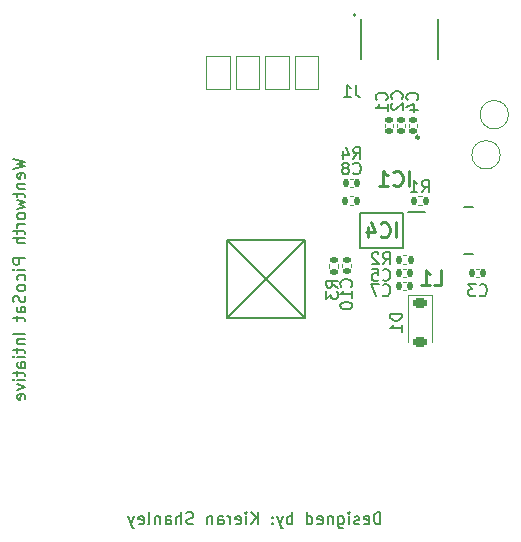
<source format=gbo>
G04 #@! TF.GenerationSoftware,KiCad,Pcbnew,7.0.2*
G04 #@! TF.CreationDate,2023-06-06T15:17:54-04:00*
G04 #@! TF.ProjectId,TopExternalFaceRev1,546f7045-7874-4657-926e-616c46616365,rev?*
G04 #@! TF.SameCoordinates,Original*
G04 #@! TF.FileFunction,Legend,Bot*
G04 #@! TF.FilePolarity,Positive*
%FSLAX46Y46*%
G04 Gerber Fmt 4.6, Leading zero omitted, Abs format (unit mm)*
G04 Created by KiCad (PCBNEW 7.0.2) date 2023-06-06 15:17:54*
%MOMM*%
%LPD*%
G01*
G04 APERTURE LIST*
G04 Aperture macros list*
%AMRoundRect*
0 Rectangle with rounded corners*
0 $1 Rounding radius*
0 $2 $3 $4 $5 $6 $7 $8 $9 X,Y pos of 4 corners*
0 Add a 4 corners polygon primitive as box body*
4,1,4,$2,$3,$4,$5,$6,$7,$8,$9,$2,$3,0*
0 Add four circle primitives for the rounded corners*
1,1,$1+$1,$2,$3*
1,1,$1+$1,$4,$5*
1,1,$1+$1,$6,$7*
1,1,$1+$1,$8,$9*
0 Add four rect primitives between the rounded corners*
20,1,$1+$1,$2,$3,$4,$5,0*
20,1,$1+$1,$4,$5,$6,$7,0*
20,1,$1+$1,$6,$7,$8,$9,0*
20,1,$1+$1,$8,$9,$2,$3,0*%
G04 Aperture macros list end*
%ADD10C,0.150000*%
%ADD11C,0.254000*%
%ADD12C,0.120000*%
%ADD13C,0.200000*%
%ADD14C,0.250000*%
%ADD15RoundRect,0.140000X-0.170000X0.140000X-0.170000X-0.140000X0.170000X-0.140000X0.170000X0.140000X0*%
%ADD16R,1.500000X1.000000*%
%ADD17C,2.000000*%
%ADD18RoundRect,0.135000X-0.135000X-0.185000X0.135000X-0.185000X0.135000X0.185000X-0.135000X0.185000X0*%
%ADD19R,0.740000X2.790000*%
%ADD20RoundRect,0.140000X0.140000X0.170000X-0.140000X0.170000X-0.140000X-0.170000X0.140000X-0.170000X0*%
%ADD21R,1.200000X3.700000*%
%ADD22RoundRect,0.140000X0.170000X-0.140000X0.170000X0.140000X-0.170000X0.140000X-0.170000X-0.140000X0*%
%ADD23RoundRect,0.135000X0.135000X0.185000X-0.135000X0.185000X-0.135000X-0.185000X0.135000X-0.185000X0*%
%ADD24RoundRect,0.140000X-0.140000X-0.170000X0.140000X-0.170000X0.140000X0.170000X-0.140000X0.170000X0*%
%ADD25R,0.700000X0.300000*%
%ADD26R,1.000000X1.700000*%
%ADD27RoundRect,0.135000X-0.185000X0.135000X-0.185000X-0.135000X0.185000X-0.135000X0.185000X0.135000X0*%
%ADD28R,1.475000X0.450000*%
%ADD29RoundRect,0.225000X-0.375000X0.225000X-0.375000X-0.225000X0.375000X-0.225000X0.375000X0.225000X0*%
G04 APERTURE END LIST*
D10*
X128600000Y-121800000D02*
X122000000Y-128400000D01*
X122000000Y-121800000D02*
X128600000Y-121800000D01*
X128600000Y-128400000D01*
X122000000Y-128400000D01*
X122000000Y-121800000D01*
X122000000Y-121800000D02*
X128600000Y-128400000D01*
X134961904Y-145877619D02*
X134961904Y-144877619D01*
X134961904Y-144877619D02*
X134723809Y-144877619D01*
X134723809Y-144877619D02*
X134580952Y-144925238D01*
X134580952Y-144925238D02*
X134485714Y-145020476D01*
X134485714Y-145020476D02*
X134438095Y-145115714D01*
X134438095Y-145115714D02*
X134390476Y-145306190D01*
X134390476Y-145306190D02*
X134390476Y-145449047D01*
X134390476Y-145449047D02*
X134438095Y-145639523D01*
X134438095Y-145639523D02*
X134485714Y-145734761D01*
X134485714Y-145734761D02*
X134580952Y-145830000D01*
X134580952Y-145830000D02*
X134723809Y-145877619D01*
X134723809Y-145877619D02*
X134961904Y-145877619D01*
X133580952Y-145830000D02*
X133676190Y-145877619D01*
X133676190Y-145877619D02*
X133866666Y-145877619D01*
X133866666Y-145877619D02*
X133961904Y-145830000D01*
X133961904Y-145830000D02*
X134009523Y-145734761D01*
X134009523Y-145734761D02*
X134009523Y-145353809D01*
X134009523Y-145353809D02*
X133961904Y-145258571D01*
X133961904Y-145258571D02*
X133866666Y-145210952D01*
X133866666Y-145210952D02*
X133676190Y-145210952D01*
X133676190Y-145210952D02*
X133580952Y-145258571D01*
X133580952Y-145258571D02*
X133533333Y-145353809D01*
X133533333Y-145353809D02*
X133533333Y-145449047D01*
X133533333Y-145449047D02*
X134009523Y-145544285D01*
X133152380Y-145830000D02*
X133057142Y-145877619D01*
X133057142Y-145877619D02*
X132866666Y-145877619D01*
X132866666Y-145877619D02*
X132771428Y-145830000D01*
X132771428Y-145830000D02*
X132723809Y-145734761D01*
X132723809Y-145734761D02*
X132723809Y-145687142D01*
X132723809Y-145687142D02*
X132771428Y-145591904D01*
X132771428Y-145591904D02*
X132866666Y-145544285D01*
X132866666Y-145544285D02*
X133009523Y-145544285D01*
X133009523Y-145544285D02*
X133104761Y-145496666D01*
X133104761Y-145496666D02*
X133152380Y-145401428D01*
X133152380Y-145401428D02*
X133152380Y-145353809D01*
X133152380Y-145353809D02*
X133104761Y-145258571D01*
X133104761Y-145258571D02*
X133009523Y-145210952D01*
X133009523Y-145210952D02*
X132866666Y-145210952D01*
X132866666Y-145210952D02*
X132771428Y-145258571D01*
X132295237Y-145877619D02*
X132295237Y-145210952D01*
X132295237Y-144877619D02*
X132342856Y-144925238D01*
X132342856Y-144925238D02*
X132295237Y-144972857D01*
X132295237Y-144972857D02*
X132247618Y-144925238D01*
X132247618Y-144925238D02*
X132295237Y-144877619D01*
X132295237Y-144877619D02*
X132295237Y-144972857D01*
X131390476Y-145210952D02*
X131390476Y-146020476D01*
X131390476Y-146020476D02*
X131438095Y-146115714D01*
X131438095Y-146115714D02*
X131485714Y-146163333D01*
X131485714Y-146163333D02*
X131580952Y-146210952D01*
X131580952Y-146210952D02*
X131723809Y-146210952D01*
X131723809Y-146210952D02*
X131819047Y-146163333D01*
X131390476Y-145830000D02*
X131485714Y-145877619D01*
X131485714Y-145877619D02*
X131676190Y-145877619D01*
X131676190Y-145877619D02*
X131771428Y-145830000D01*
X131771428Y-145830000D02*
X131819047Y-145782380D01*
X131819047Y-145782380D02*
X131866666Y-145687142D01*
X131866666Y-145687142D02*
X131866666Y-145401428D01*
X131866666Y-145401428D02*
X131819047Y-145306190D01*
X131819047Y-145306190D02*
X131771428Y-145258571D01*
X131771428Y-145258571D02*
X131676190Y-145210952D01*
X131676190Y-145210952D02*
X131485714Y-145210952D01*
X131485714Y-145210952D02*
X131390476Y-145258571D01*
X130914285Y-145210952D02*
X130914285Y-145877619D01*
X130914285Y-145306190D02*
X130866666Y-145258571D01*
X130866666Y-145258571D02*
X130771428Y-145210952D01*
X130771428Y-145210952D02*
X130628571Y-145210952D01*
X130628571Y-145210952D02*
X130533333Y-145258571D01*
X130533333Y-145258571D02*
X130485714Y-145353809D01*
X130485714Y-145353809D02*
X130485714Y-145877619D01*
X129628571Y-145830000D02*
X129723809Y-145877619D01*
X129723809Y-145877619D02*
X129914285Y-145877619D01*
X129914285Y-145877619D02*
X130009523Y-145830000D01*
X130009523Y-145830000D02*
X130057142Y-145734761D01*
X130057142Y-145734761D02*
X130057142Y-145353809D01*
X130057142Y-145353809D02*
X130009523Y-145258571D01*
X130009523Y-145258571D02*
X129914285Y-145210952D01*
X129914285Y-145210952D02*
X129723809Y-145210952D01*
X129723809Y-145210952D02*
X129628571Y-145258571D01*
X129628571Y-145258571D02*
X129580952Y-145353809D01*
X129580952Y-145353809D02*
X129580952Y-145449047D01*
X129580952Y-145449047D02*
X130057142Y-145544285D01*
X128723809Y-145877619D02*
X128723809Y-144877619D01*
X128723809Y-145830000D02*
X128819047Y-145877619D01*
X128819047Y-145877619D02*
X129009523Y-145877619D01*
X129009523Y-145877619D02*
X129104761Y-145830000D01*
X129104761Y-145830000D02*
X129152380Y-145782380D01*
X129152380Y-145782380D02*
X129199999Y-145687142D01*
X129199999Y-145687142D02*
X129199999Y-145401428D01*
X129199999Y-145401428D02*
X129152380Y-145306190D01*
X129152380Y-145306190D02*
X129104761Y-145258571D01*
X129104761Y-145258571D02*
X129009523Y-145210952D01*
X129009523Y-145210952D02*
X128819047Y-145210952D01*
X128819047Y-145210952D02*
X128723809Y-145258571D01*
X127485713Y-145877619D02*
X127485713Y-144877619D01*
X127485713Y-145258571D02*
X127390475Y-145210952D01*
X127390475Y-145210952D02*
X127199999Y-145210952D01*
X127199999Y-145210952D02*
X127104761Y-145258571D01*
X127104761Y-145258571D02*
X127057142Y-145306190D01*
X127057142Y-145306190D02*
X127009523Y-145401428D01*
X127009523Y-145401428D02*
X127009523Y-145687142D01*
X127009523Y-145687142D02*
X127057142Y-145782380D01*
X127057142Y-145782380D02*
X127104761Y-145830000D01*
X127104761Y-145830000D02*
X127199999Y-145877619D01*
X127199999Y-145877619D02*
X127390475Y-145877619D01*
X127390475Y-145877619D02*
X127485713Y-145830000D01*
X126676189Y-145210952D02*
X126438094Y-145877619D01*
X126199999Y-145210952D02*
X126438094Y-145877619D01*
X126438094Y-145877619D02*
X126533332Y-146115714D01*
X126533332Y-146115714D02*
X126580951Y-146163333D01*
X126580951Y-146163333D02*
X126676189Y-146210952D01*
X125819046Y-145782380D02*
X125771427Y-145830000D01*
X125771427Y-145830000D02*
X125819046Y-145877619D01*
X125819046Y-145877619D02*
X125866665Y-145830000D01*
X125866665Y-145830000D02*
X125819046Y-145782380D01*
X125819046Y-145782380D02*
X125819046Y-145877619D01*
X125819046Y-145258571D02*
X125771427Y-145306190D01*
X125771427Y-145306190D02*
X125819046Y-145353809D01*
X125819046Y-145353809D02*
X125866665Y-145306190D01*
X125866665Y-145306190D02*
X125819046Y-145258571D01*
X125819046Y-145258571D02*
X125819046Y-145353809D01*
X124580951Y-145877619D02*
X124580951Y-144877619D01*
X124009523Y-145877619D02*
X124438094Y-145306190D01*
X124009523Y-144877619D02*
X124580951Y-145449047D01*
X123580951Y-145877619D02*
X123580951Y-145210952D01*
X123580951Y-144877619D02*
X123628570Y-144925238D01*
X123628570Y-144925238D02*
X123580951Y-144972857D01*
X123580951Y-144972857D02*
X123533332Y-144925238D01*
X123533332Y-144925238D02*
X123580951Y-144877619D01*
X123580951Y-144877619D02*
X123580951Y-144972857D01*
X122723809Y-145830000D02*
X122819047Y-145877619D01*
X122819047Y-145877619D02*
X123009523Y-145877619D01*
X123009523Y-145877619D02*
X123104761Y-145830000D01*
X123104761Y-145830000D02*
X123152380Y-145734761D01*
X123152380Y-145734761D02*
X123152380Y-145353809D01*
X123152380Y-145353809D02*
X123104761Y-145258571D01*
X123104761Y-145258571D02*
X123009523Y-145210952D01*
X123009523Y-145210952D02*
X122819047Y-145210952D01*
X122819047Y-145210952D02*
X122723809Y-145258571D01*
X122723809Y-145258571D02*
X122676190Y-145353809D01*
X122676190Y-145353809D02*
X122676190Y-145449047D01*
X122676190Y-145449047D02*
X123152380Y-145544285D01*
X122247618Y-145877619D02*
X122247618Y-145210952D01*
X122247618Y-145401428D02*
X122199999Y-145306190D01*
X122199999Y-145306190D02*
X122152380Y-145258571D01*
X122152380Y-145258571D02*
X122057142Y-145210952D01*
X122057142Y-145210952D02*
X121961904Y-145210952D01*
X121199999Y-145877619D02*
X121199999Y-145353809D01*
X121199999Y-145353809D02*
X121247618Y-145258571D01*
X121247618Y-145258571D02*
X121342856Y-145210952D01*
X121342856Y-145210952D02*
X121533332Y-145210952D01*
X121533332Y-145210952D02*
X121628570Y-145258571D01*
X121199999Y-145830000D02*
X121295237Y-145877619D01*
X121295237Y-145877619D02*
X121533332Y-145877619D01*
X121533332Y-145877619D02*
X121628570Y-145830000D01*
X121628570Y-145830000D02*
X121676189Y-145734761D01*
X121676189Y-145734761D02*
X121676189Y-145639523D01*
X121676189Y-145639523D02*
X121628570Y-145544285D01*
X121628570Y-145544285D02*
X121533332Y-145496666D01*
X121533332Y-145496666D02*
X121295237Y-145496666D01*
X121295237Y-145496666D02*
X121199999Y-145449047D01*
X120723808Y-145210952D02*
X120723808Y-145877619D01*
X120723808Y-145306190D02*
X120676189Y-145258571D01*
X120676189Y-145258571D02*
X120580951Y-145210952D01*
X120580951Y-145210952D02*
X120438094Y-145210952D01*
X120438094Y-145210952D02*
X120342856Y-145258571D01*
X120342856Y-145258571D02*
X120295237Y-145353809D01*
X120295237Y-145353809D02*
X120295237Y-145877619D01*
X119104760Y-145830000D02*
X118961903Y-145877619D01*
X118961903Y-145877619D02*
X118723808Y-145877619D01*
X118723808Y-145877619D02*
X118628570Y-145830000D01*
X118628570Y-145830000D02*
X118580951Y-145782380D01*
X118580951Y-145782380D02*
X118533332Y-145687142D01*
X118533332Y-145687142D02*
X118533332Y-145591904D01*
X118533332Y-145591904D02*
X118580951Y-145496666D01*
X118580951Y-145496666D02*
X118628570Y-145449047D01*
X118628570Y-145449047D02*
X118723808Y-145401428D01*
X118723808Y-145401428D02*
X118914284Y-145353809D01*
X118914284Y-145353809D02*
X119009522Y-145306190D01*
X119009522Y-145306190D02*
X119057141Y-145258571D01*
X119057141Y-145258571D02*
X119104760Y-145163333D01*
X119104760Y-145163333D02*
X119104760Y-145068095D01*
X119104760Y-145068095D02*
X119057141Y-144972857D01*
X119057141Y-144972857D02*
X119009522Y-144925238D01*
X119009522Y-144925238D02*
X118914284Y-144877619D01*
X118914284Y-144877619D02*
X118676189Y-144877619D01*
X118676189Y-144877619D02*
X118533332Y-144925238D01*
X118104760Y-145877619D02*
X118104760Y-144877619D01*
X117676189Y-145877619D02*
X117676189Y-145353809D01*
X117676189Y-145353809D02*
X117723808Y-145258571D01*
X117723808Y-145258571D02*
X117819046Y-145210952D01*
X117819046Y-145210952D02*
X117961903Y-145210952D01*
X117961903Y-145210952D02*
X118057141Y-145258571D01*
X118057141Y-145258571D02*
X118104760Y-145306190D01*
X116771427Y-145877619D02*
X116771427Y-145353809D01*
X116771427Y-145353809D02*
X116819046Y-145258571D01*
X116819046Y-145258571D02*
X116914284Y-145210952D01*
X116914284Y-145210952D02*
X117104760Y-145210952D01*
X117104760Y-145210952D02*
X117199998Y-145258571D01*
X116771427Y-145830000D02*
X116866665Y-145877619D01*
X116866665Y-145877619D02*
X117104760Y-145877619D01*
X117104760Y-145877619D02*
X117199998Y-145830000D01*
X117199998Y-145830000D02*
X117247617Y-145734761D01*
X117247617Y-145734761D02*
X117247617Y-145639523D01*
X117247617Y-145639523D02*
X117199998Y-145544285D01*
X117199998Y-145544285D02*
X117104760Y-145496666D01*
X117104760Y-145496666D02*
X116866665Y-145496666D01*
X116866665Y-145496666D02*
X116771427Y-145449047D01*
X116295236Y-145210952D02*
X116295236Y-145877619D01*
X116295236Y-145306190D02*
X116247617Y-145258571D01*
X116247617Y-145258571D02*
X116152379Y-145210952D01*
X116152379Y-145210952D02*
X116009522Y-145210952D01*
X116009522Y-145210952D02*
X115914284Y-145258571D01*
X115914284Y-145258571D02*
X115866665Y-145353809D01*
X115866665Y-145353809D02*
X115866665Y-145877619D01*
X115247617Y-145877619D02*
X115342855Y-145830000D01*
X115342855Y-145830000D02*
X115390474Y-145734761D01*
X115390474Y-145734761D02*
X115390474Y-144877619D01*
X114485712Y-145830000D02*
X114580950Y-145877619D01*
X114580950Y-145877619D02*
X114771426Y-145877619D01*
X114771426Y-145877619D02*
X114866664Y-145830000D01*
X114866664Y-145830000D02*
X114914283Y-145734761D01*
X114914283Y-145734761D02*
X114914283Y-145353809D01*
X114914283Y-145353809D02*
X114866664Y-145258571D01*
X114866664Y-145258571D02*
X114771426Y-145210952D01*
X114771426Y-145210952D02*
X114580950Y-145210952D01*
X114580950Y-145210952D02*
X114485712Y-145258571D01*
X114485712Y-145258571D02*
X114438093Y-145353809D01*
X114438093Y-145353809D02*
X114438093Y-145449047D01*
X114438093Y-145449047D02*
X114914283Y-145544285D01*
X114104759Y-145210952D02*
X113866664Y-145877619D01*
X113628569Y-145210952D02*
X113866664Y-145877619D01*
X113866664Y-145877619D02*
X113961902Y-146115714D01*
X113961902Y-146115714D02*
X114009521Y-146163333D01*
X114009521Y-146163333D02*
X114104759Y-146210952D01*
X103877619Y-114942857D02*
X104877619Y-115180952D01*
X104877619Y-115180952D02*
X104163333Y-115371428D01*
X104163333Y-115371428D02*
X104877619Y-115561904D01*
X104877619Y-115561904D02*
X103877619Y-115800000D01*
X104830000Y-116561904D02*
X104877619Y-116466666D01*
X104877619Y-116466666D02*
X104877619Y-116276190D01*
X104877619Y-116276190D02*
X104830000Y-116180952D01*
X104830000Y-116180952D02*
X104734761Y-116133333D01*
X104734761Y-116133333D02*
X104353809Y-116133333D01*
X104353809Y-116133333D02*
X104258571Y-116180952D01*
X104258571Y-116180952D02*
X104210952Y-116276190D01*
X104210952Y-116276190D02*
X104210952Y-116466666D01*
X104210952Y-116466666D02*
X104258571Y-116561904D01*
X104258571Y-116561904D02*
X104353809Y-116609523D01*
X104353809Y-116609523D02*
X104449047Y-116609523D01*
X104449047Y-116609523D02*
X104544285Y-116133333D01*
X104210952Y-117038095D02*
X104877619Y-117038095D01*
X104306190Y-117038095D02*
X104258571Y-117085714D01*
X104258571Y-117085714D02*
X104210952Y-117180952D01*
X104210952Y-117180952D02*
X104210952Y-117323809D01*
X104210952Y-117323809D02*
X104258571Y-117419047D01*
X104258571Y-117419047D02*
X104353809Y-117466666D01*
X104353809Y-117466666D02*
X104877619Y-117466666D01*
X104210952Y-117800000D02*
X104210952Y-118180952D01*
X103877619Y-117942857D02*
X104734761Y-117942857D01*
X104734761Y-117942857D02*
X104830000Y-117990476D01*
X104830000Y-117990476D02*
X104877619Y-118085714D01*
X104877619Y-118085714D02*
X104877619Y-118180952D01*
X104210952Y-118419048D02*
X104877619Y-118609524D01*
X104877619Y-118609524D02*
X104401428Y-118800000D01*
X104401428Y-118800000D02*
X104877619Y-118990476D01*
X104877619Y-118990476D02*
X104210952Y-119180952D01*
X104877619Y-119704762D02*
X104830000Y-119609524D01*
X104830000Y-119609524D02*
X104782380Y-119561905D01*
X104782380Y-119561905D02*
X104687142Y-119514286D01*
X104687142Y-119514286D02*
X104401428Y-119514286D01*
X104401428Y-119514286D02*
X104306190Y-119561905D01*
X104306190Y-119561905D02*
X104258571Y-119609524D01*
X104258571Y-119609524D02*
X104210952Y-119704762D01*
X104210952Y-119704762D02*
X104210952Y-119847619D01*
X104210952Y-119847619D02*
X104258571Y-119942857D01*
X104258571Y-119942857D02*
X104306190Y-119990476D01*
X104306190Y-119990476D02*
X104401428Y-120038095D01*
X104401428Y-120038095D02*
X104687142Y-120038095D01*
X104687142Y-120038095D02*
X104782380Y-119990476D01*
X104782380Y-119990476D02*
X104830000Y-119942857D01*
X104830000Y-119942857D02*
X104877619Y-119847619D01*
X104877619Y-119847619D02*
X104877619Y-119704762D01*
X104877619Y-120466667D02*
X104210952Y-120466667D01*
X104401428Y-120466667D02*
X104306190Y-120514286D01*
X104306190Y-120514286D02*
X104258571Y-120561905D01*
X104258571Y-120561905D02*
X104210952Y-120657143D01*
X104210952Y-120657143D02*
X104210952Y-120752381D01*
X104210952Y-120942858D02*
X104210952Y-121323810D01*
X103877619Y-121085715D02*
X104734761Y-121085715D01*
X104734761Y-121085715D02*
X104830000Y-121133334D01*
X104830000Y-121133334D02*
X104877619Y-121228572D01*
X104877619Y-121228572D02*
X104877619Y-121323810D01*
X104877619Y-121657144D02*
X103877619Y-121657144D01*
X104877619Y-122085715D02*
X104353809Y-122085715D01*
X104353809Y-122085715D02*
X104258571Y-122038096D01*
X104258571Y-122038096D02*
X104210952Y-121942858D01*
X104210952Y-121942858D02*
X104210952Y-121800001D01*
X104210952Y-121800001D02*
X104258571Y-121704763D01*
X104258571Y-121704763D02*
X104306190Y-121657144D01*
X104877619Y-123323811D02*
X103877619Y-123323811D01*
X103877619Y-123323811D02*
X103877619Y-123704763D01*
X103877619Y-123704763D02*
X103925238Y-123800001D01*
X103925238Y-123800001D02*
X103972857Y-123847620D01*
X103972857Y-123847620D02*
X104068095Y-123895239D01*
X104068095Y-123895239D02*
X104210952Y-123895239D01*
X104210952Y-123895239D02*
X104306190Y-123847620D01*
X104306190Y-123847620D02*
X104353809Y-123800001D01*
X104353809Y-123800001D02*
X104401428Y-123704763D01*
X104401428Y-123704763D02*
X104401428Y-123323811D01*
X104877619Y-124323811D02*
X104210952Y-124323811D01*
X103877619Y-124323811D02*
X103925238Y-124276192D01*
X103925238Y-124276192D02*
X103972857Y-124323811D01*
X103972857Y-124323811D02*
X103925238Y-124371430D01*
X103925238Y-124371430D02*
X103877619Y-124323811D01*
X103877619Y-124323811D02*
X103972857Y-124323811D01*
X104830000Y-125228572D02*
X104877619Y-125133334D01*
X104877619Y-125133334D02*
X104877619Y-124942858D01*
X104877619Y-124942858D02*
X104830000Y-124847620D01*
X104830000Y-124847620D02*
X104782380Y-124800001D01*
X104782380Y-124800001D02*
X104687142Y-124752382D01*
X104687142Y-124752382D02*
X104401428Y-124752382D01*
X104401428Y-124752382D02*
X104306190Y-124800001D01*
X104306190Y-124800001D02*
X104258571Y-124847620D01*
X104258571Y-124847620D02*
X104210952Y-124942858D01*
X104210952Y-124942858D02*
X104210952Y-125133334D01*
X104210952Y-125133334D02*
X104258571Y-125228572D01*
X104877619Y-125800001D02*
X104830000Y-125704763D01*
X104830000Y-125704763D02*
X104782380Y-125657144D01*
X104782380Y-125657144D02*
X104687142Y-125609525D01*
X104687142Y-125609525D02*
X104401428Y-125609525D01*
X104401428Y-125609525D02*
X104306190Y-125657144D01*
X104306190Y-125657144D02*
X104258571Y-125704763D01*
X104258571Y-125704763D02*
X104210952Y-125800001D01*
X104210952Y-125800001D02*
X104210952Y-125942858D01*
X104210952Y-125942858D02*
X104258571Y-126038096D01*
X104258571Y-126038096D02*
X104306190Y-126085715D01*
X104306190Y-126085715D02*
X104401428Y-126133334D01*
X104401428Y-126133334D02*
X104687142Y-126133334D01*
X104687142Y-126133334D02*
X104782380Y-126085715D01*
X104782380Y-126085715D02*
X104830000Y-126038096D01*
X104830000Y-126038096D02*
X104877619Y-125942858D01*
X104877619Y-125942858D02*
X104877619Y-125800001D01*
X104830000Y-126514287D02*
X104877619Y-126657144D01*
X104877619Y-126657144D02*
X104877619Y-126895239D01*
X104877619Y-126895239D02*
X104830000Y-126990477D01*
X104830000Y-126990477D02*
X104782380Y-127038096D01*
X104782380Y-127038096D02*
X104687142Y-127085715D01*
X104687142Y-127085715D02*
X104591904Y-127085715D01*
X104591904Y-127085715D02*
X104496666Y-127038096D01*
X104496666Y-127038096D02*
X104449047Y-126990477D01*
X104449047Y-126990477D02*
X104401428Y-126895239D01*
X104401428Y-126895239D02*
X104353809Y-126704763D01*
X104353809Y-126704763D02*
X104306190Y-126609525D01*
X104306190Y-126609525D02*
X104258571Y-126561906D01*
X104258571Y-126561906D02*
X104163333Y-126514287D01*
X104163333Y-126514287D02*
X104068095Y-126514287D01*
X104068095Y-126514287D02*
X103972857Y-126561906D01*
X103972857Y-126561906D02*
X103925238Y-126609525D01*
X103925238Y-126609525D02*
X103877619Y-126704763D01*
X103877619Y-126704763D02*
X103877619Y-126942858D01*
X103877619Y-126942858D02*
X103925238Y-127085715D01*
X104877619Y-127942858D02*
X104353809Y-127942858D01*
X104353809Y-127942858D02*
X104258571Y-127895239D01*
X104258571Y-127895239D02*
X104210952Y-127800001D01*
X104210952Y-127800001D02*
X104210952Y-127609525D01*
X104210952Y-127609525D02*
X104258571Y-127514287D01*
X104830000Y-127942858D02*
X104877619Y-127847620D01*
X104877619Y-127847620D02*
X104877619Y-127609525D01*
X104877619Y-127609525D02*
X104830000Y-127514287D01*
X104830000Y-127514287D02*
X104734761Y-127466668D01*
X104734761Y-127466668D02*
X104639523Y-127466668D01*
X104639523Y-127466668D02*
X104544285Y-127514287D01*
X104544285Y-127514287D02*
X104496666Y-127609525D01*
X104496666Y-127609525D02*
X104496666Y-127847620D01*
X104496666Y-127847620D02*
X104449047Y-127942858D01*
X104210952Y-128276192D02*
X104210952Y-128657144D01*
X103877619Y-128419049D02*
X104734761Y-128419049D01*
X104734761Y-128419049D02*
X104830000Y-128466668D01*
X104830000Y-128466668D02*
X104877619Y-128561906D01*
X104877619Y-128561906D02*
X104877619Y-128657144D01*
X104877619Y-129752383D02*
X103877619Y-129752383D01*
X104210952Y-130228573D02*
X104877619Y-130228573D01*
X104306190Y-130228573D02*
X104258571Y-130276192D01*
X104258571Y-130276192D02*
X104210952Y-130371430D01*
X104210952Y-130371430D02*
X104210952Y-130514287D01*
X104210952Y-130514287D02*
X104258571Y-130609525D01*
X104258571Y-130609525D02*
X104353809Y-130657144D01*
X104353809Y-130657144D02*
X104877619Y-130657144D01*
X104210952Y-130990478D02*
X104210952Y-131371430D01*
X103877619Y-131133335D02*
X104734761Y-131133335D01*
X104734761Y-131133335D02*
X104830000Y-131180954D01*
X104830000Y-131180954D02*
X104877619Y-131276192D01*
X104877619Y-131276192D02*
X104877619Y-131371430D01*
X104877619Y-131704764D02*
X104210952Y-131704764D01*
X103877619Y-131704764D02*
X103925238Y-131657145D01*
X103925238Y-131657145D02*
X103972857Y-131704764D01*
X103972857Y-131704764D02*
X103925238Y-131752383D01*
X103925238Y-131752383D02*
X103877619Y-131704764D01*
X103877619Y-131704764D02*
X103972857Y-131704764D01*
X104877619Y-132609525D02*
X104353809Y-132609525D01*
X104353809Y-132609525D02*
X104258571Y-132561906D01*
X104258571Y-132561906D02*
X104210952Y-132466668D01*
X104210952Y-132466668D02*
X104210952Y-132276192D01*
X104210952Y-132276192D02*
X104258571Y-132180954D01*
X104830000Y-132609525D02*
X104877619Y-132514287D01*
X104877619Y-132514287D02*
X104877619Y-132276192D01*
X104877619Y-132276192D02*
X104830000Y-132180954D01*
X104830000Y-132180954D02*
X104734761Y-132133335D01*
X104734761Y-132133335D02*
X104639523Y-132133335D01*
X104639523Y-132133335D02*
X104544285Y-132180954D01*
X104544285Y-132180954D02*
X104496666Y-132276192D01*
X104496666Y-132276192D02*
X104496666Y-132514287D01*
X104496666Y-132514287D02*
X104449047Y-132609525D01*
X104210952Y-132942859D02*
X104210952Y-133323811D01*
X103877619Y-133085716D02*
X104734761Y-133085716D01*
X104734761Y-133085716D02*
X104830000Y-133133335D01*
X104830000Y-133133335D02*
X104877619Y-133228573D01*
X104877619Y-133228573D02*
X104877619Y-133323811D01*
X104877619Y-133657145D02*
X104210952Y-133657145D01*
X103877619Y-133657145D02*
X103925238Y-133609526D01*
X103925238Y-133609526D02*
X103972857Y-133657145D01*
X103972857Y-133657145D02*
X103925238Y-133704764D01*
X103925238Y-133704764D02*
X103877619Y-133657145D01*
X103877619Y-133657145D02*
X103972857Y-133657145D01*
X104210952Y-134038097D02*
X104877619Y-134276192D01*
X104877619Y-134276192D02*
X104210952Y-134514287D01*
X104830000Y-135276192D02*
X104877619Y-135180954D01*
X104877619Y-135180954D02*
X104877619Y-134990478D01*
X104877619Y-134990478D02*
X104830000Y-134895240D01*
X104830000Y-134895240D02*
X104734761Y-134847621D01*
X104734761Y-134847621D02*
X104353809Y-134847621D01*
X104353809Y-134847621D02*
X104258571Y-134895240D01*
X104258571Y-134895240D02*
X104210952Y-134990478D01*
X104210952Y-134990478D02*
X104210952Y-135180954D01*
X104210952Y-135180954D02*
X104258571Y-135276192D01*
X104258571Y-135276192D02*
X104353809Y-135323811D01*
X104353809Y-135323811D02*
X104449047Y-135323811D01*
X104449047Y-135323811D02*
X104544285Y-134847621D01*
X132467380Y-125757142D02*
X132515000Y-125709523D01*
X132515000Y-125709523D02*
X132562619Y-125566666D01*
X132562619Y-125566666D02*
X132562619Y-125471428D01*
X132562619Y-125471428D02*
X132515000Y-125328571D01*
X132515000Y-125328571D02*
X132419761Y-125233333D01*
X132419761Y-125233333D02*
X132324523Y-125185714D01*
X132324523Y-125185714D02*
X132134047Y-125138095D01*
X132134047Y-125138095D02*
X131991190Y-125138095D01*
X131991190Y-125138095D02*
X131800714Y-125185714D01*
X131800714Y-125185714D02*
X131705476Y-125233333D01*
X131705476Y-125233333D02*
X131610238Y-125328571D01*
X131610238Y-125328571D02*
X131562619Y-125471428D01*
X131562619Y-125471428D02*
X131562619Y-125566666D01*
X131562619Y-125566666D02*
X131610238Y-125709523D01*
X131610238Y-125709523D02*
X131657857Y-125757142D01*
X132562619Y-126709523D02*
X132562619Y-126138095D01*
X132562619Y-126423809D02*
X131562619Y-126423809D01*
X131562619Y-126423809D02*
X131705476Y-126328571D01*
X131705476Y-126328571D02*
X131800714Y-126233333D01*
X131800714Y-126233333D02*
X131848333Y-126138095D01*
X131562619Y-127328571D02*
X131562619Y-127423809D01*
X131562619Y-127423809D02*
X131610238Y-127519047D01*
X131610238Y-127519047D02*
X131657857Y-127566666D01*
X131657857Y-127566666D02*
X131753095Y-127614285D01*
X131753095Y-127614285D02*
X131943571Y-127661904D01*
X131943571Y-127661904D02*
X132181666Y-127661904D01*
X132181666Y-127661904D02*
X132372142Y-127614285D01*
X132372142Y-127614285D02*
X132467380Y-127566666D01*
X132467380Y-127566666D02*
X132515000Y-127519047D01*
X132515000Y-127519047D02*
X132562619Y-127423809D01*
X132562619Y-127423809D02*
X132562619Y-127328571D01*
X132562619Y-127328571D02*
X132515000Y-127233333D01*
X132515000Y-127233333D02*
X132467380Y-127185714D01*
X132467380Y-127185714D02*
X132372142Y-127138095D01*
X132372142Y-127138095D02*
X132181666Y-127090476D01*
X132181666Y-127090476D02*
X131943571Y-127090476D01*
X131943571Y-127090476D02*
X131753095Y-127138095D01*
X131753095Y-127138095D02*
X131657857Y-127185714D01*
X131657857Y-127185714D02*
X131610238Y-127233333D01*
X131610238Y-127233333D02*
X131562619Y-127328571D01*
X138466666Y-117762619D02*
X138799999Y-117286428D01*
X139038094Y-117762619D02*
X139038094Y-116762619D01*
X139038094Y-116762619D02*
X138657142Y-116762619D01*
X138657142Y-116762619D02*
X138561904Y-116810238D01*
X138561904Y-116810238D02*
X138514285Y-116857857D01*
X138514285Y-116857857D02*
X138466666Y-116953095D01*
X138466666Y-116953095D02*
X138466666Y-117095952D01*
X138466666Y-117095952D02*
X138514285Y-117191190D01*
X138514285Y-117191190D02*
X138561904Y-117238809D01*
X138561904Y-117238809D02*
X138657142Y-117286428D01*
X138657142Y-117286428D02*
X139038094Y-117286428D01*
X137514285Y-117762619D02*
X138085713Y-117762619D01*
X137799999Y-117762619D02*
X137799999Y-116762619D01*
X137799999Y-116762619D02*
X137895237Y-116905476D01*
X137895237Y-116905476D02*
X137990475Y-117000714D01*
X137990475Y-117000714D02*
X138085713Y-117048333D01*
X132883333Y-108662619D02*
X132883333Y-109376904D01*
X132883333Y-109376904D02*
X132930952Y-109519761D01*
X132930952Y-109519761D02*
X133026190Y-109615000D01*
X133026190Y-109615000D02*
X133169047Y-109662619D01*
X133169047Y-109662619D02*
X133264285Y-109662619D01*
X131883333Y-109662619D02*
X132454761Y-109662619D01*
X132169047Y-109662619D02*
X132169047Y-108662619D01*
X132169047Y-108662619D02*
X132264285Y-108805476D01*
X132264285Y-108805476D02*
X132359523Y-108900714D01*
X132359523Y-108900714D02*
X132454761Y-108948333D01*
X138067380Y-109953333D02*
X138115000Y-109905714D01*
X138115000Y-109905714D02*
X138162619Y-109762857D01*
X138162619Y-109762857D02*
X138162619Y-109667619D01*
X138162619Y-109667619D02*
X138115000Y-109524762D01*
X138115000Y-109524762D02*
X138019761Y-109429524D01*
X138019761Y-109429524D02*
X137924523Y-109381905D01*
X137924523Y-109381905D02*
X137734047Y-109334286D01*
X137734047Y-109334286D02*
X137591190Y-109334286D01*
X137591190Y-109334286D02*
X137400714Y-109381905D01*
X137400714Y-109381905D02*
X137305476Y-109429524D01*
X137305476Y-109429524D02*
X137210238Y-109524762D01*
X137210238Y-109524762D02*
X137162619Y-109667619D01*
X137162619Y-109667619D02*
X137162619Y-109762857D01*
X137162619Y-109762857D02*
X137210238Y-109905714D01*
X137210238Y-109905714D02*
X137257857Y-109953333D01*
X137495952Y-110810476D02*
X138162619Y-110810476D01*
X137115000Y-110572381D02*
X137829285Y-110334286D01*
X137829285Y-110334286D02*
X137829285Y-110953333D01*
X135166666Y-126467380D02*
X135214285Y-126515000D01*
X135214285Y-126515000D02*
X135357142Y-126562619D01*
X135357142Y-126562619D02*
X135452380Y-126562619D01*
X135452380Y-126562619D02*
X135595237Y-126515000D01*
X135595237Y-126515000D02*
X135690475Y-126419761D01*
X135690475Y-126419761D02*
X135738094Y-126324523D01*
X135738094Y-126324523D02*
X135785713Y-126134047D01*
X135785713Y-126134047D02*
X135785713Y-125991190D01*
X135785713Y-125991190D02*
X135738094Y-125800714D01*
X135738094Y-125800714D02*
X135690475Y-125705476D01*
X135690475Y-125705476D02*
X135595237Y-125610238D01*
X135595237Y-125610238D02*
X135452380Y-125562619D01*
X135452380Y-125562619D02*
X135357142Y-125562619D01*
X135357142Y-125562619D02*
X135214285Y-125610238D01*
X135214285Y-125610238D02*
X135166666Y-125657857D01*
X134833332Y-125562619D02*
X134166666Y-125562619D01*
X134166666Y-125562619D02*
X134595237Y-126562619D01*
D11*
X139511666Y-125587526D02*
X140116428Y-125587526D01*
X140116428Y-125587526D02*
X140116428Y-124317526D01*
X138423094Y-125587526D02*
X139148809Y-125587526D01*
X138785952Y-125587526D02*
X138785952Y-124317526D01*
X138785952Y-124317526D02*
X138906904Y-124498954D01*
X138906904Y-124498954D02*
X139027856Y-124619907D01*
X139027856Y-124619907D02*
X139148809Y-124680383D01*
D10*
X135467380Y-109953333D02*
X135515000Y-109905714D01*
X135515000Y-109905714D02*
X135562619Y-109762857D01*
X135562619Y-109762857D02*
X135562619Y-109667619D01*
X135562619Y-109667619D02*
X135515000Y-109524762D01*
X135515000Y-109524762D02*
X135419761Y-109429524D01*
X135419761Y-109429524D02*
X135324523Y-109381905D01*
X135324523Y-109381905D02*
X135134047Y-109334286D01*
X135134047Y-109334286D02*
X134991190Y-109334286D01*
X134991190Y-109334286D02*
X134800714Y-109381905D01*
X134800714Y-109381905D02*
X134705476Y-109429524D01*
X134705476Y-109429524D02*
X134610238Y-109524762D01*
X134610238Y-109524762D02*
X134562619Y-109667619D01*
X134562619Y-109667619D02*
X134562619Y-109762857D01*
X134562619Y-109762857D02*
X134610238Y-109905714D01*
X134610238Y-109905714D02*
X134657857Y-109953333D01*
X135562619Y-110905714D02*
X135562619Y-110334286D01*
X135562619Y-110620000D02*
X134562619Y-110620000D01*
X134562619Y-110620000D02*
X134705476Y-110524762D01*
X134705476Y-110524762D02*
X134800714Y-110429524D01*
X134800714Y-110429524D02*
X134848333Y-110334286D01*
X135166666Y-123862619D02*
X135499999Y-123386428D01*
X135738094Y-123862619D02*
X135738094Y-122862619D01*
X135738094Y-122862619D02*
X135357142Y-122862619D01*
X135357142Y-122862619D02*
X135261904Y-122910238D01*
X135261904Y-122910238D02*
X135214285Y-122957857D01*
X135214285Y-122957857D02*
X135166666Y-123053095D01*
X135166666Y-123053095D02*
X135166666Y-123195952D01*
X135166666Y-123195952D02*
X135214285Y-123291190D01*
X135214285Y-123291190D02*
X135261904Y-123338809D01*
X135261904Y-123338809D02*
X135357142Y-123386428D01*
X135357142Y-123386428D02*
X135738094Y-123386428D01*
X134785713Y-122957857D02*
X134738094Y-122910238D01*
X134738094Y-122910238D02*
X134642856Y-122862619D01*
X134642856Y-122862619D02*
X134404761Y-122862619D01*
X134404761Y-122862619D02*
X134309523Y-122910238D01*
X134309523Y-122910238D02*
X134261904Y-122957857D01*
X134261904Y-122957857D02*
X134214285Y-123053095D01*
X134214285Y-123053095D02*
X134214285Y-123148333D01*
X134214285Y-123148333D02*
X134261904Y-123291190D01*
X134261904Y-123291190D02*
X134833332Y-123862619D01*
X134833332Y-123862619D02*
X134214285Y-123862619D01*
X143366666Y-126467380D02*
X143414285Y-126515000D01*
X143414285Y-126515000D02*
X143557142Y-126562619D01*
X143557142Y-126562619D02*
X143652380Y-126562619D01*
X143652380Y-126562619D02*
X143795237Y-126515000D01*
X143795237Y-126515000D02*
X143890475Y-126419761D01*
X143890475Y-126419761D02*
X143938094Y-126324523D01*
X143938094Y-126324523D02*
X143985713Y-126134047D01*
X143985713Y-126134047D02*
X143985713Y-125991190D01*
X143985713Y-125991190D02*
X143938094Y-125800714D01*
X143938094Y-125800714D02*
X143890475Y-125705476D01*
X143890475Y-125705476D02*
X143795237Y-125610238D01*
X143795237Y-125610238D02*
X143652380Y-125562619D01*
X143652380Y-125562619D02*
X143557142Y-125562619D01*
X143557142Y-125562619D02*
X143414285Y-125610238D01*
X143414285Y-125610238D02*
X143366666Y-125657857D01*
X143033332Y-125562619D02*
X142414285Y-125562619D01*
X142414285Y-125562619D02*
X142747618Y-125943571D01*
X142747618Y-125943571D02*
X142604761Y-125943571D01*
X142604761Y-125943571D02*
X142509523Y-125991190D01*
X142509523Y-125991190D02*
X142461904Y-126038809D01*
X142461904Y-126038809D02*
X142414285Y-126134047D01*
X142414285Y-126134047D02*
X142414285Y-126372142D01*
X142414285Y-126372142D02*
X142461904Y-126467380D01*
X142461904Y-126467380D02*
X142509523Y-126515000D01*
X142509523Y-126515000D02*
X142604761Y-126562619D01*
X142604761Y-126562619D02*
X142890475Y-126562619D01*
X142890475Y-126562619D02*
X142985713Y-126515000D01*
X142985713Y-126515000D02*
X143033332Y-126467380D01*
X135166666Y-125167380D02*
X135214285Y-125215000D01*
X135214285Y-125215000D02*
X135357142Y-125262619D01*
X135357142Y-125262619D02*
X135452380Y-125262619D01*
X135452380Y-125262619D02*
X135595237Y-125215000D01*
X135595237Y-125215000D02*
X135690475Y-125119761D01*
X135690475Y-125119761D02*
X135738094Y-125024523D01*
X135738094Y-125024523D02*
X135785713Y-124834047D01*
X135785713Y-124834047D02*
X135785713Y-124691190D01*
X135785713Y-124691190D02*
X135738094Y-124500714D01*
X135738094Y-124500714D02*
X135690475Y-124405476D01*
X135690475Y-124405476D02*
X135595237Y-124310238D01*
X135595237Y-124310238D02*
X135452380Y-124262619D01*
X135452380Y-124262619D02*
X135357142Y-124262619D01*
X135357142Y-124262619D02*
X135214285Y-124310238D01*
X135214285Y-124310238D02*
X135166666Y-124357857D01*
X134261904Y-124262619D02*
X134738094Y-124262619D01*
X134738094Y-124262619D02*
X134785713Y-124738809D01*
X134785713Y-124738809D02*
X134738094Y-124691190D01*
X134738094Y-124691190D02*
X134642856Y-124643571D01*
X134642856Y-124643571D02*
X134404761Y-124643571D01*
X134404761Y-124643571D02*
X134309523Y-124691190D01*
X134309523Y-124691190D02*
X134261904Y-124738809D01*
X134261904Y-124738809D02*
X134214285Y-124834047D01*
X134214285Y-124834047D02*
X134214285Y-125072142D01*
X134214285Y-125072142D02*
X134261904Y-125167380D01*
X134261904Y-125167380D02*
X134309523Y-125215000D01*
X134309523Y-125215000D02*
X134404761Y-125262619D01*
X134404761Y-125262619D02*
X134642856Y-125262619D01*
X134642856Y-125262619D02*
X134738094Y-125215000D01*
X134738094Y-125215000D02*
X134785713Y-125167380D01*
X132666666Y-116167380D02*
X132714285Y-116215000D01*
X132714285Y-116215000D02*
X132857142Y-116262619D01*
X132857142Y-116262619D02*
X132952380Y-116262619D01*
X132952380Y-116262619D02*
X133095237Y-116215000D01*
X133095237Y-116215000D02*
X133190475Y-116119761D01*
X133190475Y-116119761D02*
X133238094Y-116024523D01*
X133238094Y-116024523D02*
X133285713Y-115834047D01*
X133285713Y-115834047D02*
X133285713Y-115691190D01*
X133285713Y-115691190D02*
X133238094Y-115500714D01*
X133238094Y-115500714D02*
X133190475Y-115405476D01*
X133190475Y-115405476D02*
X133095237Y-115310238D01*
X133095237Y-115310238D02*
X132952380Y-115262619D01*
X132952380Y-115262619D02*
X132857142Y-115262619D01*
X132857142Y-115262619D02*
X132714285Y-115310238D01*
X132714285Y-115310238D02*
X132666666Y-115357857D01*
X132095237Y-115691190D02*
X132190475Y-115643571D01*
X132190475Y-115643571D02*
X132238094Y-115595952D01*
X132238094Y-115595952D02*
X132285713Y-115500714D01*
X132285713Y-115500714D02*
X132285713Y-115453095D01*
X132285713Y-115453095D02*
X132238094Y-115357857D01*
X132238094Y-115357857D02*
X132190475Y-115310238D01*
X132190475Y-115310238D02*
X132095237Y-115262619D01*
X132095237Y-115262619D02*
X131904761Y-115262619D01*
X131904761Y-115262619D02*
X131809523Y-115310238D01*
X131809523Y-115310238D02*
X131761904Y-115357857D01*
X131761904Y-115357857D02*
X131714285Y-115453095D01*
X131714285Y-115453095D02*
X131714285Y-115500714D01*
X131714285Y-115500714D02*
X131761904Y-115595952D01*
X131761904Y-115595952D02*
X131809523Y-115643571D01*
X131809523Y-115643571D02*
X131904761Y-115691190D01*
X131904761Y-115691190D02*
X132095237Y-115691190D01*
X132095237Y-115691190D02*
X132190475Y-115738809D01*
X132190475Y-115738809D02*
X132238094Y-115786428D01*
X132238094Y-115786428D02*
X132285713Y-115881666D01*
X132285713Y-115881666D02*
X132285713Y-116072142D01*
X132285713Y-116072142D02*
X132238094Y-116167380D01*
X132238094Y-116167380D02*
X132190475Y-116215000D01*
X132190475Y-116215000D02*
X132095237Y-116262619D01*
X132095237Y-116262619D02*
X131904761Y-116262619D01*
X131904761Y-116262619D02*
X131809523Y-116215000D01*
X131809523Y-116215000D02*
X131761904Y-116167380D01*
X131761904Y-116167380D02*
X131714285Y-116072142D01*
X131714285Y-116072142D02*
X131714285Y-115881666D01*
X131714285Y-115881666D02*
X131761904Y-115786428D01*
X131761904Y-115786428D02*
X131809523Y-115738809D01*
X131809523Y-115738809D02*
X131904761Y-115691190D01*
X136767380Y-109853333D02*
X136815000Y-109805714D01*
X136815000Y-109805714D02*
X136862619Y-109662857D01*
X136862619Y-109662857D02*
X136862619Y-109567619D01*
X136862619Y-109567619D02*
X136815000Y-109424762D01*
X136815000Y-109424762D02*
X136719761Y-109329524D01*
X136719761Y-109329524D02*
X136624523Y-109281905D01*
X136624523Y-109281905D02*
X136434047Y-109234286D01*
X136434047Y-109234286D02*
X136291190Y-109234286D01*
X136291190Y-109234286D02*
X136100714Y-109281905D01*
X136100714Y-109281905D02*
X136005476Y-109329524D01*
X136005476Y-109329524D02*
X135910238Y-109424762D01*
X135910238Y-109424762D02*
X135862619Y-109567619D01*
X135862619Y-109567619D02*
X135862619Y-109662857D01*
X135862619Y-109662857D02*
X135910238Y-109805714D01*
X135910238Y-109805714D02*
X135957857Y-109853333D01*
X135957857Y-110234286D02*
X135910238Y-110281905D01*
X135910238Y-110281905D02*
X135862619Y-110377143D01*
X135862619Y-110377143D02*
X135862619Y-110615238D01*
X135862619Y-110615238D02*
X135910238Y-110710476D01*
X135910238Y-110710476D02*
X135957857Y-110758095D01*
X135957857Y-110758095D02*
X136053095Y-110805714D01*
X136053095Y-110805714D02*
X136148333Y-110805714D01*
X136148333Y-110805714D02*
X136291190Y-110758095D01*
X136291190Y-110758095D02*
X136862619Y-110186667D01*
X136862619Y-110186667D02*
X136862619Y-110805714D01*
D11*
X137389762Y-117237526D02*
X137389762Y-115967526D01*
X136059285Y-117116573D02*
X136119761Y-117177050D01*
X136119761Y-117177050D02*
X136301190Y-117237526D01*
X136301190Y-117237526D02*
X136422142Y-117237526D01*
X136422142Y-117237526D02*
X136603571Y-117177050D01*
X136603571Y-117177050D02*
X136724523Y-117056097D01*
X136724523Y-117056097D02*
X136785000Y-116935145D01*
X136785000Y-116935145D02*
X136845476Y-116693240D01*
X136845476Y-116693240D02*
X136845476Y-116511811D01*
X136845476Y-116511811D02*
X136785000Y-116269907D01*
X136785000Y-116269907D02*
X136724523Y-116148954D01*
X136724523Y-116148954D02*
X136603571Y-116028002D01*
X136603571Y-116028002D02*
X136422142Y-115967526D01*
X136422142Y-115967526D02*
X136301190Y-115967526D01*
X136301190Y-115967526D02*
X136119761Y-116028002D01*
X136119761Y-116028002D02*
X136059285Y-116088478D01*
X134849761Y-117237526D02*
X135575476Y-117237526D01*
X135212619Y-117237526D02*
X135212619Y-115967526D01*
X135212619Y-115967526D02*
X135333571Y-116148954D01*
X135333571Y-116148954D02*
X135454523Y-116269907D01*
X135454523Y-116269907D02*
X135575476Y-116330383D01*
D10*
X132666666Y-114962619D02*
X132999999Y-114486428D01*
X133238094Y-114962619D02*
X133238094Y-113962619D01*
X133238094Y-113962619D02*
X132857142Y-113962619D01*
X132857142Y-113962619D02*
X132761904Y-114010238D01*
X132761904Y-114010238D02*
X132714285Y-114057857D01*
X132714285Y-114057857D02*
X132666666Y-114153095D01*
X132666666Y-114153095D02*
X132666666Y-114295952D01*
X132666666Y-114295952D02*
X132714285Y-114391190D01*
X132714285Y-114391190D02*
X132761904Y-114438809D01*
X132761904Y-114438809D02*
X132857142Y-114486428D01*
X132857142Y-114486428D02*
X133238094Y-114486428D01*
X131809523Y-114295952D02*
X131809523Y-114962619D01*
X132047618Y-113915000D02*
X132285713Y-114629285D01*
X132285713Y-114629285D02*
X131666666Y-114629285D01*
X131362619Y-125833333D02*
X130886428Y-125500000D01*
X131362619Y-125261905D02*
X130362619Y-125261905D01*
X130362619Y-125261905D02*
X130362619Y-125642857D01*
X130362619Y-125642857D02*
X130410238Y-125738095D01*
X130410238Y-125738095D02*
X130457857Y-125785714D01*
X130457857Y-125785714D02*
X130553095Y-125833333D01*
X130553095Y-125833333D02*
X130695952Y-125833333D01*
X130695952Y-125833333D02*
X130791190Y-125785714D01*
X130791190Y-125785714D02*
X130838809Y-125738095D01*
X130838809Y-125738095D02*
X130886428Y-125642857D01*
X130886428Y-125642857D02*
X130886428Y-125261905D01*
X130362619Y-126166667D02*
X130362619Y-126785714D01*
X130362619Y-126785714D02*
X130743571Y-126452381D01*
X130743571Y-126452381D02*
X130743571Y-126595238D01*
X130743571Y-126595238D02*
X130791190Y-126690476D01*
X130791190Y-126690476D02*
X130838809Y-126738095D01*
X130838809Y-126738095D02*
X130934047Y-126785714D01*
X130934047Y-126785714D02*
X131172142Y-126785714D01*
X131172142Y-126785714D02*
X131267380Y-126738095D01*
X131267380Y-126738095D02*
X131315000Y-126690476D01*
X131315000Y-126690476D02*
X131362619Y-126595238D01*
X131362619Y-126595238D02*
X131362619Y-126309524D01*
X131362619Y-126309524D02*
X131315000Y-126214286D01*
X131315000Y-126214286D02*
X131267380Y-126166667D01*
D11*
X136301762Y-121587526D02*
X136301762Y-120317526D01*
X134971285Y-121466573D02*
X135031761Y-121527050D01*
X135031761Y-121527050D02*
X135213190Y-121587526D01*
X135213190Y-121587526D02*
X135334142Y-121587526D01*
X135334142Y-121587526D02*
X135515571Y-121527050D01*
X135515571Y-121527050D02*
X135636523Y-121406097D01*
X135636523Y-121406097D02*
X135697000Y-121285145D01*
X135697000Y-121285145D02*
X135757476Y-121043240D01*
X135757476Y-121043240D02*
X135757476Y-120861811D01*
X135757476Y-120861811D02*
X135697000Y-120619907D01*
X135697000Y-120619907D02*
X135636523Y-120498954D01*
X135636523Y-120498954D02*
X135515571Y-120378002D01*
X135515571Y-120378002D02*
X135334142Y-120317526D01*
X135334142Y-120317526D02*
X135213190Y-120317526D01*
X135213190Y-120317526D02*
X135031761Y-120378002D01*
X135031761Y-120378002D02*
X134971285Y-120438478D01*
X133882714Y-120740859D02*
X133882714Y-121587526D01*
X134185095Y-120257050D02*
X134487476Y-121164192D01*
X134487476Y-121164192D02*
X133701285Y-121164192D01*
D10*
X136762619Y-128061905D02*
X135762619Y-128061905D01*
X135762619Y-128061905D02*
X135762619Y-128300000D01*
X135762619Y-128300000D02*
X135810238Y-128442857D01*
X135810238Y-128442857D02*
X135905476Y-128538095D01*
X135905476Y-128538095D02*
X136000714Y-128585714D01*
X136000714Y-128585714D02*
X136191190Y-128633333D01*
X136191190Y-128633333D02*
X136334047Y-128633333D01*
X136334047Y-128633333D02*
X136524523Y-128585714D01*
X136524523Y-128585714D02*
X136619761Y-128538095D01*
X136619761Y-128538095D02*
X136715000Y-128442857D01*
X136715000Y-128442857D02*
X136762619Y-128300000D01*
X136762619Y-128300000D02*
X136762619Y-128061905D01*
X136762619Y-129585714D02*
X136762619Y-129014286D01*
X136762619Y-129300000D02*
X135762619Y-129300000D01*
X135762619Y-129300000D02*
X135905476Y-129204762D01*
X135905476Y-129204762D02*
X136000714Y-129109524D01*
X136000714Y-129109524D02*
X136048333Y-129014286D01*
D12*
X132460000Y-123872164D02*
X132460000Y-124087836D01*
X131740000Y-123872164D02*
X131740000Y-124087836D01*
X122200000Y-106250000D02*
X120200000Y-106250000D01*
X120200000Y-106250000D02*
X120200000Y-109050000D01*
X122200000Y-109050000D02*
X122200000Y-106250000D01*
X120200000Y-109050000D02*
X122200000Y-109050000D01*
X145100000Y-114600000D02*
G75*
G03*
X145100000Y-114600000I-1200000J0D01*
G01*
X145800000Y-111200000D02*
G75*
G03*
X145800000Y-111200000I-1200000J0D01*
G01*
X138156359Y-118120000D02*
X138463641Y-118120000D01*
X138156359Y-118880000D02*
X138463641Y-118880000D01*
D13*
X133310000Y-106515000D02*
X133310000Y-103085000D01*
X139830000Y-103085000D02*
X139830000Y-106515000D01*
X132880000Y-102765000D02*
G75*
G03*
X132880000Y-102765000I-100000J0D01*
G01*
D12*
X138060000Y-112012164D02*
X138060000Y-112227836D01*
X137340000Y-112012164D02*
X137340000Y-112227836D01*
X137107836Y-126060000D02*
X136892164Y-126060000D01*
X137107836Y-125340000D02*
X136892164Y-125340000D01*
X127200000Y-106250000D02*
X125200000Y-106250000D01*
X125200000Y-106250000D02*
X125200000Y-109050000D01*
X127200000Y-109050000D02*
X127200000Y-106250000D01*
X125200000Y-109050000D02*
X127200000Y-109050000D01*
D13*
X142000000Y-119000000D02*
X142800000Y-119000000D01*
X142000000Y-123000000D02*
X142800000Y-123000000D01*
D12*
X135340000Y-112227836D02*
X135340000Y-112012164D01*
X136060000Y-112227836D02*
X136060000Y-112012164D01*
X137163641Y-123880000D02*
X136856359Y-123880000D01*
X137163641Y-123120000D02*
X136856359Y-123120000D01*
X129700000Y-106250000D02*
X127700000Y-106250000D01*
X127700000Y-106250000D02*
X127700000Y-109050000D01*
X129700000Y-109050000D02*
X129700000Y-106250000D01*
X127700000Y-109050000D02*
X129700000Y-109050000D01*
X143307836Y-124960000D02*
X143092164Y-124960000D01*
X143307836Y-124240000D02*
X143092164Y-124240000D01*
X137107836Y-124960000D02*
X136892164Y-124960000D01*
X137107836Y-124240000D02*
X136892164Y-124240000D01*
X132392164Y-116640000D02*
X132607836Y-116640000D01*
X132392164Y-117360000D02*
X132607836Y-117360000D01*
X136340000Y-112227836D02*
X136340000Y-112012164D01*
X137060000Y-112227836D02*
X137060000Y-112012164D01*
D14*
X138225000Y-113112500D02*
G75*
G03*
X138225000Y-113112500I-125000J0D01*
G01*
D12*
X132653641Y-118880000D02*
X132346359Y-118880000D01*
X132653641Y-118120000D02*
X132346359Y-118120000D01*
X131380000Y-123846359D02*
X131380000Y-124153641D01*
X130620000Y-123846359D02*
X130620000Y-124153641D01*
X124700000Y-106250000D02*
X122700000Y-106250000D01*
X122700000Y-106250000D02*
X122700000Y-109050000D01*
X124700000Y-109050000D02*
X124700000Y-106250000D01*
X122700000Y-109050000D02*
X124700000Y-109050000D01*
D13*
X138737000Y-119450000D02*
X137262000Y-119450000D01*
X136912000Y-122500000D02*
X136912000Y-119500000D01*
X136912000Y-119500000D02*
X133212000Y-119500000D01*
X133212000Y-122500000D02*
X136912000Y-122500000D01*
X133212000Y-119500000D02*
X133212000Y-122500000D01*
D12*
X139300000Y-126440000D02*
X139300000Y-130450000D01*
X137300000Y-126440000D02*
X139300000Y-126440000D01*
X137300000Y-126440000D02*
X137300000Y-130450000D01*
%LPC*%
D15*
X132100000Y-123500000D03*
X132100000Y-124460000D03*
D16*
X121200000Y-107000000D03*
X121200000Y-108300000D03*
D17*
X143900000Y-114600000D03*
X144600000Y-111200000D03*
D18*
X137800000Y-118500000D03*
X138820000Y-118500000D03*
D19*
X134030000Y-102765000D03*
X134030000Y-106835000D03*
X135300000Y-102765000D03*
X135300000Y-106835000D03*
X136570000Y-102765000D03*
X136570000Y-106835000D03*
X137840000Y-102765000D03*
X137840000Y-106835000D03*
X139110000Y-102765000D03*
X139110000Y-106835000D03*
D15*
X137700000Y-111640000D03*
X137700000Y-112600000D03*
D20*
X137480000Y-125700000D03*
X136520000Y-125700000D03*
D16*
X126200000Y-107000000D03*
X126200000Y-108300000D03*
D21*
X141000000Y-121000000D03*
X143800000Y-121000000D03*
D22*
X135700000Y-112600000D03*
X135700000Y-111640000D03*
D23*
X137520000Y-123500000D03*
X136500000Y-123500000D03*
D16*
X128700000Y-107000000D03*
X128700000Y-108300000D03*
D20*
X143680000Y-124600000D03*
X142720000Y-124600000D03*
X137480000Y-124600000D03*
X136520000Y-124600000D03*
D24*
X132020000Y-117000000D03*
X132980000Y-117000000D03*
D22*
X136700000Y-112600000D03*
X136700000Y-111640000D03*
D25*
X137750000Y-113762500D03*
X137750000Y-114262500D03*
X137750000Y-114762500D03*
X137750000Y-115262500D03*
X135650000Y-115262500D03*
X135650000Y-114762500D03*
X135650000Y-114262500D03*
X135650000Y-113762500D03*
D26*
X136700000Y-114512500D03*
D23*
X133010000Y-118500000D03*
X131990000Y-118500000D03*
D27*
X131000000Y-123490000D03*
X131000000Y-124510000D03*
D16*
X123700000Y-107000000D03*
X123700000Y-108300000D03*
D28*
X138000000Y-120025000D03*
X138000000Y-120675000D03*
X138000000Y-121325000D03*
X138000000Y-121975000D03*
X132124000Y-121975000D03*
X132124000Y-121325000D03*
X132124000Y-120675000D03*
X132124000Y-120025000D03*
D29*
X138300000Y-127150000D03*
X138300000Y-130450000D03*
%LPD*%
M02*

</source>
